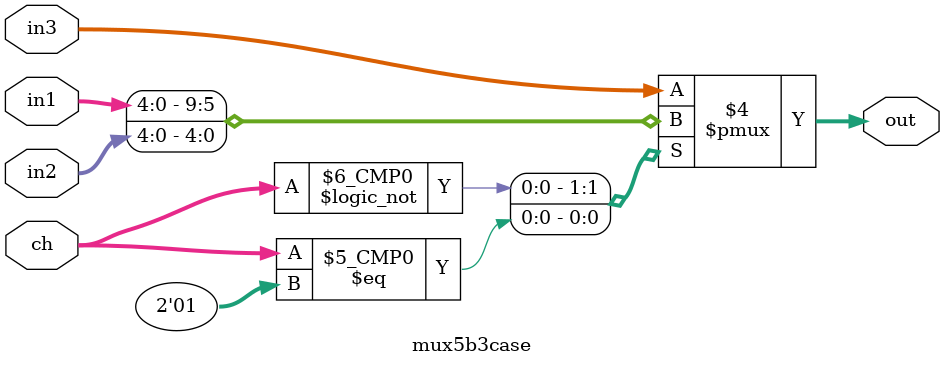
<source format=v>
`timescale 1ns/1ps
module mux5b3case(input[4:0] in1, input[4:0] in2, input[4:0] in3, input[1:0] ch, output reg[4:0] out);
	always@(*)
		begin
			case(ch)
			2'b00:
				begin
					out = in1;
				end
			2'b01:
				begin
					out = in2;
				end
			2'b10:
				begin
					out = in3;
				end
			default:
				begin
					out = in3;
				end
			endcase
		end
endmodule
</source>
